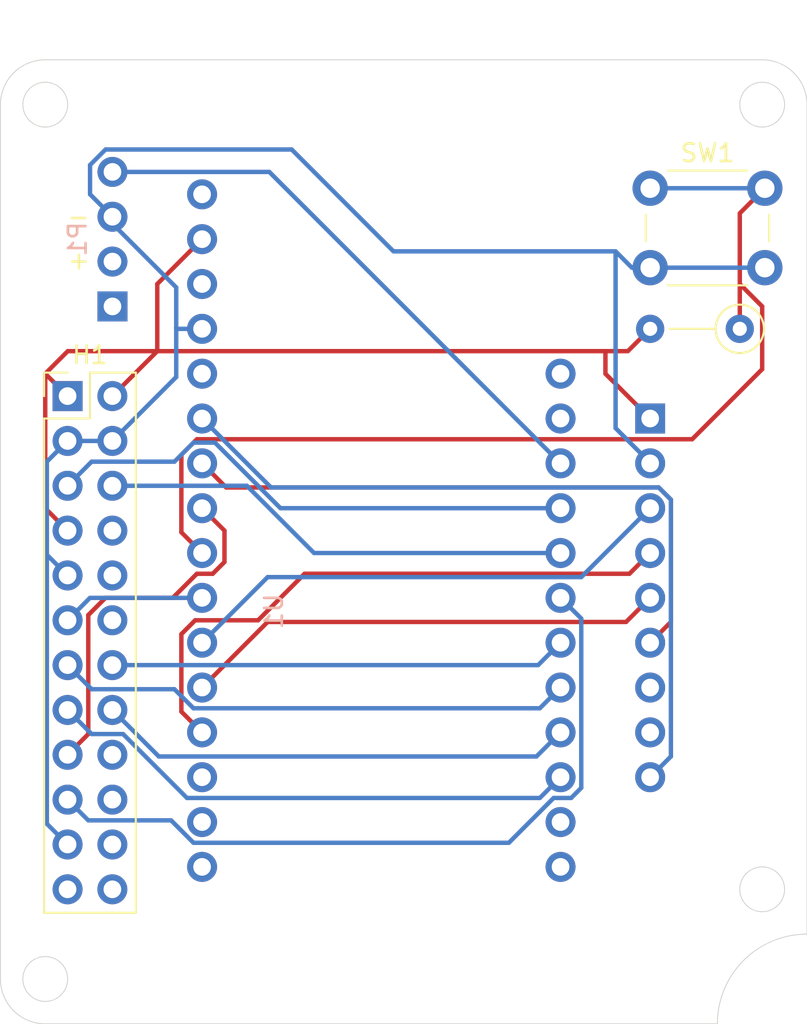
<source format=kicad_pcb>
(kicad_pcb (version 20211014) (generator pcbnew)
  (layers (0 "F.Cu" signal) (31 "B.Cu" signal) (34 "B.Paste" user) (35 "F.Paste" user) (36 "B.SilkS" user "B.Silkscreen") (37 "F.SilkS" user "F.Silkscreen") (38 "B.Mask" user) (39 "F.Mask" user) (44 "Edge.Cuts" user))
  (net 0 "")
  (net 1 "/Mainboard/SOFT_LOCK1")
  (net 2 "GND")
  (net 3 "/Mainboard/SD_DETECT")
  (net 4 "/Mainboard/SD_SELECT")
  (net 5 "/Mainboard/SPI_CLK")
  (net 6 "+3V3")
  (net 7 "/Mainboard/REV_DOWN")
  (net 8 "/Mainboard/FIRE_DOWN")
  (net 11 "/Mainboard/SPI_M_OUT")
  (net 13 "/Mainboard/M1SLP")
  (net 14 "/Mainboard/M2SLP")
  (net 15 "/Mainboard/M1PWM")
  (net 16 "/Mainboard/M2PWM")
  (net 20 "/Mainboard/M3SLP")
  (net 22 "/Mainboard/M3PWM")
  (net 25 "+5V")
  (net 29 "/Mainboard/SPI_M_IN")
  (net 32 "/Mainboard/RESET_DOWN")
  (net 37 "/Flywheels/V_{BATT}")
  (net 38 "/Mainboard/SCL")
  (net 39 "/Mainboard/SDA")
  (net 40 "/Mainboard/BT_INT")
  (footprint "Connector_PinHeader_2.54mm:PinHeader_2x12_P2.54mm_Vertical" (layer "F.Cu") (at 92.705 96.52)
    (fp_text reference "H1" (at 1.27 -2.33) (layer "F.SilkS"))
    (fp_text value " ")
    (fp_line (start -1.33 29.27) (end 3.87 29.27) (layer "F.SilkS") (width 0.12))
    (fp_line (start -1.33 1.27) (end -1.33 29.27) (layer "F.SilkS") (width 0.12))
    (fp_line (start 1.27 -1.33) (end 3.87 -1.33) (layer "F.SilkS") (width 0.12))
    (fp_line (start -1.33 -1.33) (end 0 -1.33) (layer "F.SilkS") (width 0.12))
    (fp_line (start -1.33 0) (end -1.33 -1.33) (layer "F.SilkS") (width 0.12))
    (fp_line (start -1.33 1.27) (end 1.27 1.27) (layer "F.SilkS") (width 0.12))
    (fp_line (start 1.27 1.27) (end 1.27 -1.33) (layer "F.SilkS") (width 0.12))
    (fp_line (start 3.87 -1.33) (end 3.87 29.27) (layer "F.SilkS") (width 0.12))
    (pad "1" thru_hole rect locked (at 0 0) (size 1.7 1.7) (drill 1) (layers *.Cu *.Mask) (net 6 "+3V3"))
    (pad "2" thru_hole oval locked (at 2.54 0) (size 1.7 1.7) (drill 1) (layers *.Cu *.Mask) (net 6 "+3V3"))
    (pad "3" thru_hole oval locked (at 0 2.54) (size 1.7 1.7) (drill 1) (layers *.Cu *.Mask) (net 2 "GND"))
    (pad "4" thru_hole oval locked (at 2.54 2.54) (size 1.7 1.7) (drill 1) (layers *.Cu *.Mask) (net 2 "GND"))
    (pad "5" thru_hole oval locked (at 0 5.08) (size 1.7 1.7) (drill 1) (layers *.Cu *.Mask) (net 7 "/Mainboard/REV_DOWN"))
    (pad "6" thru_hole oval locked (at 2.54 5.08) (size 1.7 1.7) (drill 1) (layers *.Cu *.Mask) (net 8 "/Mainboard/FIRE_DOWN"))
    (pad "7" thru_hole oval locked (at 0 7.62) (size 1.7 1.7) (drill 1) (layers *.Cu *.Mask) (net 6 "+3V3"))
    (pad "8" thru_hole oval locked (at 2.54 7.62) (size 1.7 1.7) (drill 1) (layers *.Cu *.Mask))
    (pad "9" thru_hole oval locked (at 0 10.16) (size 1.7 1.7) (drill 1) (layers *.Cu *.Mask) (net 2 "GND"))
    (pad "10" thru_hole oval locked (at 2.54 10.16) (size 1.7 1.7) (drill 1) (layers *.Cu *.Mask))
    (pad "11" thru_hole oval locked (at 0 12.7) (size 1.7 1.7) (drill 1) (layers *.Cu *.Mask) (net 1 "/Mainboard/SOFT_LOCK1"))
    (pad "12" thru_hole oval locked (at 2.54 12.7) (size 1.7 1.7) (drill 1) (layers *.Cu *.Mask))
    (pad "13" thru_hole oval locked (at 0 15.24) (size 1.7 1.7) (drill 1) (layers *.Cu *.Mask) (net 13 "/Mainboard/M1SLP"))
    (pad "14" thru_hole oval locked (at 2.54 15.24) (size 1.7 1.7) (drill 1) (layers *.Cu *.Mask) (net 14 "/Mainboard/M2SLP"))
    (pad "15" thru_hole oval locked (at 0 17.78) (size 1.7 1.7) (drill 1) (layers *.Cu *.Mask) (net 15 "/Mainboard/M1PWM"))
    (pad "16" thru_hole oval locked (at 2.54 17.78) (size 1.7 1.7) (drill 1) (layers *.Cu *.Mask) (net 16 "/Mainboard/M2PWM"))
    (pad "17" thru_hole oval locked (at 0 20.32) (size 1.7 1.7) (drill 1) (layers *.Cu *.Mask) (net 20 "/Mainboard/M3SLP"))
    (pad "18" thru_hole oval locked (at 2.54 20.32) (size 1.7 1.7) (drill 1) (layers *.Cu *.Mask))
    (pad "19" thru_hole oval locked (at 0 22.86) (size 1.7 1.7) (drill 1) (layers *.Cu *.Mask) (net 22 "/Mainboard/M3PWM"))
    (pad "20" thru_hole oval locked (at 2.54 22.86) (size 1.7 1.7) (drill 1) (layers *.Cu *.Mask))
    (pad "21" thru_hole oval locked (at 0 25.4) (size 1.7 1.7) (drill 1) (layers *.Cu *.Mask) (net 2 "GND"))
    (pad "22" thru_hole oval locked (at 2.54 25.4) (size 1.7 1.7) (drill 1) (layers *.Cu *.Mask))
    (pad "23" thru_hole oval locked (at 0 27.94) (size 1.7 1.7) (drill 1) (layers *.Cu *.Mask))
    (pad "24" thru_hole oval locked (at 2.54 27.94) (size 1.7 1.7) (drill 1) (layers *.Cu *.Mask))
  )
  (footprint "Adafruit:Adafruit_Feather_M4_Express" (layer "F.Cu") (at 110.49 104.14)
    (fp_text reference "MCU1" hide)
    (fp_text value "Adafruit_Feather_M4_Express")
    (pad "1" thru_hole circle (at -10.16 -19.05) (size 1.7 1.7) (drill 1) (layers *.Cu *.Mask))
    (pad "2" thru_hole circle (at -10.16 -16.51) (size 1.7 1.7) (drill 1) (layers *.Cu *.Mask) (net 6 "+3V3"))
    (pad "3" thru_hole circle (at -10.16 -13.97) (size 1.7 1.7) (drill 1) (layers *.Cu *.Mask))
    (pad "4" thru_hole circle (at -10.16 -11.43) (size 1.7 1.7) (drill 1) (layers *.Cu *.Mask) (net 2 "GND"))
    (pad "5" thru_hole circle (at -10.16 -8.89) (size 1.7 1.7) (drill 1) (layers *.Cu *.Mask) (net 40 "/Mainboard/BT_INT"))
    (pad "6" thru_hole circle (at -10.16 -6.35) (size 1.7 1.7) (drill 1) (layers *.Cu *.Mask) (net 3 "/Mainboard/SD_DETECT"))
    (pad "7" thru_hole circle (at -10.16 -3.81) (size 1.7 1.7) (drill 1) (layers *.Cu *.Mask) (net 4 "/Mainboard/SD_SELECT"))
    (pad "8" thru_hole circle (at -10.16 -1.27) (size 1.7 1.7) (drill 1) (layers *.Cu *.Mask) (net 20 "/Mainboard/M3SLP"))
    (pad "9" thru_hole circle (at -10.16 1.27) (size 1.7 1.7) (drill 1) (layers *.Cu *.Mask) (net 32 "/Mainboard/RESET_DOWN"))
    (pad "10" thru_hole circle (at -10.16 3.81) (size 1.7 1.7) (drill 1) (layers *.Cu *.Mask) (net 1 "/Mainboard/SOFT_LOCK1"))
    (pad "11" thru_hole circle (at -10.16 6.35) (size 1.7 1.7) (drill 1) (layers *.Cu *.Mask) (net 5 "/Mainboard/SPI_CLK"))
    (pad "12" thru_hole circle (at -10.16 8.89) (size 1.7 1.7) (drill 1) (layers *.Cu *.Mask) (net 11 "/Mainboard/SPI_M_OUT"))
    (pad "13" thru_hole circle (at -10.16 11.43) (size 1.7 1.7) (drill 1) (layers *.Cu *.Mask) (net 29 "/Mainboard/SPI_M_IN"))
    (pad "14" thru_hole circle (at -10.16 13.97) (size 1.7 1.7) (drill 1) (layers *.Cu *.Mask))
    (pad "15" thru_hole circle (at -10.16 16.51) (size 1.7 1.7) (drill 1) (layers *.Cu *.Mask))
    (pad "16" thru_hole circle (at -10.16 19.05) (size 1.7 1.7) (drill 1) (layers *.Cu *.Mask))
    (pad "17" thru_hole circle (at 10.16 -8.89) (size 1.7 1.7) (drill 1) (layers *.Cu *.Mask))
    (pad "18" thru_hole circle (at 10.16 -6.35) (size 1.7 1.7) (drill 1) (layers *.Cu *.Mask))
    (pad "19" thru_hole circle (at 10.16 -3.81) (size 1.7 1.7) (drill 1) (layers *.Cu *.Mask) (net 25 "+5V"))
    (pad "20" thru_hole circle (at 10.16 -1.27) (size 1.7 1.7) (drill 1) (layers *.Cu *.Mask) (net 7 "/Mainboard/REV_DOWN"))
    (pad "21" thru_hole circle (at 10.16 1.27) (size 1.7 1.7) (drill 1) (layers *.Cu *.Mask) (net 8 "/Mainboard/FIRE_DOWN"))
    (pad "22" thru_hole circle (at 10.16 3.81) (size 1.7 1.7) (drill 1) (layers *.Cu *.Mask) (net 22 "/Mainboard/M3PWM"))
    (pad "23" thru_hole circle (at 10.16 6.35) (size 1.7 1.7) (drill 1) (layers *.Cu *.Mask) (net 14 "/Mainboard/M2SLP"))
    (pad "24" thru_hole circle (at 10.16 8.89) (size 1.7 1.7) (drill 1) (layers *.Cu *.Mask) (net 13 "/Mainboard/M1SLP"))
    (pad "25" thru_hole circle (at 10.16 11.43) (size 1.7 1.7) (drill 1) (layers *.Cu *.Mask) (net 16 "/Mainboard/M2PWM"))
    (pad "26" thru_hole circle (at 10.16 13.97) (size 1.7 1.7) (drill 1) (layers *.Cu *.Mask) (net 15 "/Mainboard/M1PWM"))
    (pad "27" thru_hole circle (at 10.16 16.51) (size 1.7 1.7) (drill 1) (layers *.Cu *.Mask) (net 38 "/Mainboard/SCL"))
    (pad "28" thru_hole circle (at 10.16 19.05) (size 1.7 1.7) (drill 1) (layers *.Cu *.Mask) (net 39 "/Mainboard/SDA"))
  )
  (footprint "Resistor_THT:R_Axial_DIN0207_L6.3mm_D2.5mm_P5.08mm_Vertical" (layer "F.Cu") (at 130.81 92.71 180)
    (fp_text reference "R1" hide)
    (fp_text value "10K")
    (fp_line (start 1.37 0) (end 3.98 0) (layer "F.SilkS") (width 0.12))
    (fp_circle (center 0 0) (end 1.37 0) (layer "F.SilkS") (width 0.12) (fill none))
    (pad "1" thru_hole circle locked (at 0 0 180) (size 1.6 1.6) (drill 0.8) (layers *.Cu *.Mask) (net 32 "/Mainboard/RESET_DOWN"))
    (pad "2" thru_hole oval locked (at 5.08 0 180) (size 1.6 1.6) (drill 0.8) (layers *.Cu *.Mask) (net 6 "+3V3"))
  )
  (footprint "Button_Switch_THT:SW_PUSH_6mm" (layer "F.Cu") (at 125.73 84.745)
    (fp_text reference "SW1" (at 3.25 -2) (layer "F.SilkS"))
    (fp_text value "SW1")
    (fp_line (start -0.25 1.5) (end -0.25 3) (layer "F.SilkS") (width 0.12))
    (fp_line (start 5.5 -1) (end 1 -1) (layer "F.SilkS") (width 0.12))
    (fp_line (start 1 5.5) (end 5.5 5.5) (layer "F.SilkS") (width 0.12))
    (fp_line (start 6.75 3) (end 6.75 1.5) (layer "F.SilkS") (width 0.12))
    (pad "1" thru_hole circle locked (at 6.5 0 90) (size 2 2) (drill 1.1) (layers *.Cu *.Mask) (net 32 "/Mainboard/RESET_DOWN"))
    (pad "1" thru_hole circle locked (at 0 0 90) (size 2 2) (drill 1.1) (layers *.Cu *.Mask) (net 32 "/Mainboard/RESET_DOWN"))
    (pad "2" thru_hole circle locked (at 6.5 4.5 90) (size 2 2) (drill 1.1) (layers *.Cu *.Mask) (net 2 "GND"))
    (pad "2" thru_hole circle locked (at 0 4.5 90) (size 2 2) (drill 1.1) (layers *.Cu *.Mask) (net 2 "GND"))
  )
  (footprint "Pololu:5V_Step_Down_Regulator_500mA" (layer "B.Cu") (at 100.33 87.63 90)
    (fp_text reference "P1" (at 0 -7.0612 90) (layer "B.SilkS") (effects (justify mirror)))
    (fp_text value "Pololu_5V_Step_Down_Regulator" hide)
    (pad "1" thru_hole rect (at -3.81 -5.08 90) (size 1.7 1.7) (drill 1) (layers *.Cu *.Mask))
    (pad "2" thru_hole circle (at -1.27 -5.08 90) (size 1.7 1.7) (drill 1) (layers *.Cu *.Mask) (net 37 "/Flywheels/V_{BATT}"))
    (pad "3" thru_hole circle (at 1.27 -5.08 90) (size 1.7 1.7) (drill 1) (layers *.Cu *.Mask) (net 2 "GND"))
    (pad "4" thru_hole circle (at 3.81 -5.08 90) (size 1.7 1.7) (drill 1) (layers *.Cu *.Mask) (net 25 "+5V"))
  )
  (footprint "Adafruit:Adafruit_MicroSD_Breakout" (layer "B.Cu") (at 116.84 108.712 -90)
    (fp_text reference "U1" (at 0 12.446 90 unlocked) (layer "B.SilkS") (effects (justify mirror)))
    (fp_text value "Adafruit_MicroSD_SPI_Breakout")
    (pad "1" thru_hole rect (at -10.922 -8.89 270) (size 1.7 1.7) (drill 1) (layers *.Cu *.Mask) (net 6 "+3V3"))
    (pad "2" thru_hole circle (at -8.382 -8.89 270) (size 1.7 1.7) (drill 1) (layers *.Cu *.Mask) (net 2 "GND"))
    (pad "3" thru_hole circle (at -5.842 -8.89 270) (size 1.7 1.7) (drill 1) (layers *.Cu *.Mask) (net 5 "/Mainboard/SPI_CLK"))
    (pad "4" thru_hole circle (at -3.302 -8.89 270) (size 1.7 1.7) (drill 1) (layers *.Cu *.Mask) (net 29 "/Mainboard/SPI_M_IN"))
    (pad "5" thru_hole circle (at -0.762 -8.89 270) (size 1.7 1.7) (drill 1) (layers *.Cu *.Mask) (net 11 "/Mainboard/SPI_M_OUT"))
    (pad "6" thru_hole circle (at 1.778 -8.89 270) (size 1.7 1.7) (drill 1) (layers *.Cu *.Mask) (net 4 "/Mainboard/SD_SELECT"))
    (pad "7" thru_hole circle (at 4.318 -8.89 270) (size 1.7 1.7) (drill 1) (layers *.Cu *.Mask))
    (pad "8" thru_hole circle (at 6.858 -8.89 270) (size 1.7 1.7) (drill 1) (layers *.Cu *.Mask))
    (pad "9" thru_hole circle (at 9.398 -8.89 270) (size 1.7 1.7) (drill 1) (layers *.Cu *.Mask) (net 3 "/Mainboard/SD_DETECT"))
  )
  (gr_line (start 91.44 77.47) (end 132.08 77.47) (layer "Edge.Cuts") (width 0.05))
  (gr_circle (center 91.44 129.54) (end 91.44 130.81) (layer "Edge.Cuts") (width 0.05) (fill none))
  (gr_line (start 88.9 80.01) (end 88.9 129.54) (layer "Edge.Cuts") (width 0.05))
  (gr_circle (center 132.08 124.46) (end 133.35 124.46) (layer "Edge.Cuts") (width 0.05) (fill none))
  (gr_line (start 91.44 132.08) (end 129.54 132.08) (layer "Edge.Cuts") (width 0.05))
  (gr_arc (start 132.08 77.47) (mid 133.876051 78.213949) (end 134.62 80.01) (layer "Edge.Cuts") (width 0.05))
  (gr_arc (start 91.44 132.08) (mid 89.643949 131.336051) (end 88.9 129.54) (layer "Edge.Cuts") (width 0.05))
  (gr_circle (center 91.44 80.01) (end 90.17 80.01) (layer "Edge.Cuts") (width 0.05) (fill none))
  (gr_arc (start 88.9 80.01) (mid 89.643949 78.213949) (end 91.44 77.47) (layer "Edge.Cuts") (width 0.05))
  (gr_circle (center 132.08 80.01) (end 133.35 80.01) (layer "Edge.Cuts") (width 0.05) (fill none))
  (gr_arc (start 129.54 132.08) (mid 131.027898 128.487898) (end 134.62 127) (layer "Edge.Cuts") (width 0.05))
  (gr_line (start 134.62 80.01) (end 134.62 127) (layer "Edge.Cuts") (width 0.05))
  (gr_text "-" (at 93.3196 86.36) (layer "F.SilkS") (effects (font (size 1 1))))
  (gr_text "+" (at 93.4212 88.9 270) (layer "F.SilkS") (effects (font (size 1 1))))
  (segment (start 93.975 107.95) (end 100.33 107.95) (width 0.25) (layer "B.Cu") (net 1))
  (segment (start 92.705 109.22) (end 93.975 107.95) (width 0.25) (layer "B.Cu") (net 1))
  (segment (start 95.25 86.36) (end 95.25 86.75101) (width 0.25) (layer "B.Cu") (net 2))
  (segment (start 91.530489 105.500489) (end 91.530489 105.505489) (width 0.25) (layer "B.Cu") (net 2))
  (segment (start 91.530489 120.745489) (end 92.705 121.92) (width 0.25) (layer "B.Cu") (net 2))
  (segment (start 123.77 88.32) (end 124.695 89.245) (width 0.25) (layer "B.Cu") (net 2))
  (segment (start 100.33 92.71) (end 98.92299 92.71) (width 0.25) (layer "B.Cu") (net 2))
  (segment (start 92.705 99.06) (end 91.530489 100.234511) (width 0.25) (layer "B.Cu") (net 2))
  (segment (start 98.864495 92.651505) (end 98.864495 95.440505) (width 0.25) (layer "B.Cu") (net 2))
  (segment (start 93.98 85.09) (end 95.25 86.36) (width 0.25) (layer "B.Cu") (net 2))
  (segment (start 123.77 98.334) (end 123.77 88.32) (width 0.25) (layer "B.Cu") (net 2))
  (segment (start 105.41 82.55) (end 94.85899 82.55) (width 0.25) (layer "B.Cu") (net 2))
  (segment (start 95.245 99.06) (end 92.705 99.06) (width 0.25) (layer "B.Cu") (net 2))
  (segment (start 111.18 88.32) (end 105.41 82.55) (width 0.25) (layer "B.Cu") (net 2))
  (segment (start 91.530489 105.500489) (end 91.530489 120.745489) (width 0.25) (layer "B.Cu") (net 2))
  (segment (start 91.530489 105.505489) (end 92.705 106.68) (width 0.25) (layer "B.Cu") (net 2))
  (segment (start 124.695 89.245) (end 125.73 89.245) (width 0.25) (layer "B.Cu") (net 2))
  (segment (start 98.864495 95.440505) (end 95.245 99.06) (width 0.25) (layer "B.Cu") (net 2))
  (segment (start 91.530489 100.234511) (end 91.530489 105.500489) (width 0.25) (layer "B.Cu") (net 2))
  (segment (start 123.77 88.32) (end 111.18 88.32) (width 0.25) (layer "B.Cu") (net 2))
  (segment (start 125.73 89.245) (end 132.23 89.245) (width 0.25) (layer "B.Cu") (net 2))
  (segment (start 95.25 86.75101) (end 98.864495 90.365505) (width 0.25) (layer "B.Cu") (net 2))
  (segment (start 98.92299 92.71) (end 98.864495 92.651505) (width 0.25) (layer "B.Cu") (net 2))
  (segment (start 93.98 83.42899) (end 93.98 85.09) (width 0.25) (layer "B.Cu") (net 2))
  (segment (start 123.77 98.334) (end 125.73 100.294) (width 0.25) (layer "B.Cu") (net 2))
  (segment (start 98.864495 90.365505) (end 98.864495 92.651505) (width 0.25) (layer "B.Cu") (net 2))
  (segment (start 94.85899 82.55) (end 93.98 83.42899) (width 0.25) (layer "B.Cu") (net 2))
  (segment (start 104.235489 101.695489) (end 100.33 97.79) (width 0.25) (layer "B.Cu") (net 3))
  (segment (start 126.216499 101.695489) (end 104.235489 101.695489) (width 0.25) (layer "B.Cu") (net 3))
  (segment (start 126.904511 102.383501) (end 126.216499 101.695489) (width 0.25) (layer "B.Cu") (net 3))
  (segment (start 126.904511 116.935489) (end 126.904511 102.383501) (width 0.25) (layer "B.Cu") (net 3))
  (segment (start 125.73 118.11) (end 126.904511 116.935489) (width 0.25) (layer "B.Cu") (net 3))
  (segment (start 126.904511 109.315489) (end 125.73 110.49) (width 0.25) (layer "F.Cu") (net 4))
  (segment (start 126.904511 102.383501) (end 126.904511 109.315489) (width 0.25) (layer "F.Cu") (net 4))
  (segment (start 100.33 100.33) (end 101.695489 101.695489) (width 0.25) (layer "F.Cu") (net 4))
  (segment (start 101.695489 101.695489) (end 126.216499 101.695489) (width 0.25) (layer "F.Cu") (net 4))
  (segment (start 126.216499 101.695489) (end 126.904511 102.383501) (width 0.25) (layer "F.Cu") (net 4))
  (segment (start 121.824511 106.775489) (end 125.73 102.87) (width 0.25) (layer "B.Cu") (net 5))
  (segment (start 104.044511 106.775489) (end 121.824511 106.775489) (width 0.25) (layer "B.Cu") (net 5))
  (segment (start 100.33 110.49) (end 104.044511 106.775489) (width 0.25) (layer "B.Cu") (net 5))
  (segment (start 123.195 95.255) (end 125.73 97.79) (width 0.25) (layer "F.Cu") (net 6))
  (segment (start 92.705 96.515) (end 91.44 95.25) (width 0.25) (layer "F.Cu") (net 6))
  (segment (start 91.44 95.25) (end 91.44 102.875) (width 0.25) (layer "F.Cu") (net 6))
  (segment (start 124.465 93.975) (end 125.73 92.71) (width 0.25) (layer "F.Cu") (net 6))
  (segment (start 91.44 102.875) (end 92.705 104.14) (width 0.25) (layer "F.Cu") (net 6))
  (segment (start 92.705 96.52) (end 92.705 96.515) (width 0.25) (layer "F.Cu") (net 6))
  (segment (start 97.79 93.975) (end 95.245 96.52) (width 0.25) (layer "F.Cu") (net 6))
  (segment (start 97.79 93.975) (end 97.785 93.975) (width 0.25) (layer "F.Cu") (net 6))
  (segment (start 123.195 93.975) (end 123.195 95.255) (width 0.25) (layer "F.Cu") (net 6))
  (segment (start 97.785 93.975) (end 123.195 93.975) (width 0.25) (layer "F.Cu") (net 6))
  (segment (start 92.715 93.975) (end 91.44 95.25) (width 0.25) (layer "F.Cu") (net 6))
  (segment (start 97.79 90.17) (end 100.33 87.63) (width 0.25) (layer "F.Cu") (net 6))
  (segment (start 97.79 93.975) (end 97.79 90.17) (width 0.25) (layer "F.Cu") (net 6))
  (segment (start 123.195 93.975) (end 124.465 93.975) (width 0.25) (layer "F.Cu") (net 6))
  (segment (start 97.785 93.975) (end 92.715 93.975) (width 0.25) (layer "F.Cu") (net 6))
  (segment (start 98.764479 100.234511) (end 99.843501 99.155489) (width 0.25) (layer "B.Cu") (net 7))
  (segment (start 101.059771 99.155489) (end 104.774282 102.87) (width 0.25) (layer "B.Cu") (net 7))
  (segment (start 94.070489 100.234511) (end 98.764479 100.234511) (width 0.25) (layer "B.Cu") (net 7))
  (segment (start 92.705 101.6) (end 94.070489 100.234511) (width 0.25) (layer "B.Cu") (net 7))
  (segment (start 104.774282 102.87) (end 120.65 102.87) (width 0.25) (layer "B.Cu") (net 7))
  (segment (start 99.843501 99.155489) (end 101.059771 99.155489) (width 0.25) (layer "B.Cu") (net 7))
  (segment (start 95.245 101.6) (end 102.868564 101.6) (width 0.25) (layer "B.Cu") (net 8))
  (segment (start 106.678564 105.41) (end 120.65 105.41) (width 0.25) (layer "B.Cu") (net 8))
  (segment (start 102.868564 101.6) (end 106.678564 105.41) (width 0.25) (layer "B.Cu") (net 8))
  (segment (start 100.33 113.03) (end 104.044511 109.315489) (width 0.25) (layer "F.Cu") (net 11))
  (segment (start 104.044511 109.315489) (end 124.364511 109.315489) (width 0.25) (layer "F.Cu") (net 11))
  (segment (start 124.364511 109.315489) (end 125.73 107.95) (width 0.25) (layer "F.Cu") (net 11))
  (segment (start 94.070489 113.125489) (end 98.764479 113.125489) (width 0.25) (layer "B.Cu") (net 13))
  (segment (start 92.705 111.76) (end 94.070489 113.125489) (width 0.25) (layer "B.Cu") (net 13))
  (segment (start 98.764479 113.125489) (end 99.843501 114.204511) (width 0.25) (layer "B.Cu") (net 13))
  (segment (start 99.843501 114.204511) (end 119.475489 114.204511) (width 0.25) (layer "B.Cu") (net 13))
  (segment (start 119.475489 114.204511) (end 120.65 113.03) (width 0.25) (layer "B.Cu") (net 13))
  (segment (start 95.245 111.76) (end 119.38 111.76) (width 0.25) (layer "B.Cu") (net 14))
  (segment (start 119.38 111.76) (end 120.65 110.49) (width 0.25) (layer "B.Cu") (net 14))
  (segment (start 92.705 114.3) (end 94.070489 115.665489) (width 0.25) (layer "B.Cu") (net 15))
  (segment (start 95.853489 115.665489) (end 99.472511 119.284511) (width 0.25) (layer "B.Cu") (net 15))
  (segment (start 99.472511 119.284511) (end 119.475489 119.284511) (width 0.25) (layer "B.Cu") (net 15))
  (segment (start 94.070489 115.665489) (end 95.853489 115.665489) (width 0.25) (layer "B.Cu") (net 15))
  (segment (start 119.475489 119.284511) (end 120.65 118.11) (width 0.25) (layer "B.Cu") (net 15))
  (segment (start 95.245 114.3) (end 97.880489 116.935489) (width 0.25) (layer "B.Cu") (net 16))
  (segment (start 97.880489 116.935489) (end 119.284511 116.935489) (width 0.25) (layer "B.Cu") (net 16))
  (segment (start 119.284511 116.935489) (end 120.65 115.57) (width 0.25) (layer "B.Cu") (net 16))
  (segment (start 100.034479 106.584511) (end 100.933489 106.584511) (width 0.25) (layer "F.Cu") (net 20))
  (segment (start 101.6 104.14) (end 100.33 102.87) (width 0.25) (layer "F.Cu") (net 20))
  (segment (start 98.66899 107.95) (end 100.034479 106.584511) (width 0.25) (layer "F.Cu") (net 20))
  (segment (start 94.85399 107.95) (end 98.66899 107.95) (width 0.25) (layer "F.Cu") (net 20))
  (segment (start 93.879511 108.924479) (end 94.85399 107.95) (width 0.25) (layer "F.Cu") (net 20))
  (segment (start 101.6 105.918) (end 101.6 104.14) (width 0.25) (layer "F.Cu") (net 20))
  (segment (start 92.705 116.84) (end 93.879511 115.665489) (width 0.25) (layer "F.Cu") (net 20))
  (segment (start 100.933489 106.584511) (end 101.6 105.918) (width 0.25) (layer "F.Cu") (net 20))
  (segment (start 93.879511 115.665489) (end 93.879511 108.924479) (width 0.25) (layer "F.Cu") (net 20))
  (segment (start 120.25899 119.284511) (end 121.253489 119.284511) (width 0.25) (layer "B.Cu") (net 22))
  (segment (start 121.824511 109.124511) (end 120.65 107.95) (width 0.25) (layer "B.Cu") (net 22))
  (segment (start 99.843501 121.824511) (end 117.71899 121.824511) (width 0.25) (layer "B.Cu") (net 22))
  (segment (start 98.573501 120.554511) (end 99.843501 121.824511) (width 0.25) (layer "B.Cu") (net 22))
  (segment (start 117.71899 121.824511) (end 120.25899 119.284511) (width 0.25) (layer "B.Cu") (net 22))
  (segment (start 121.253489 119.284511) (end 121.824511 118.713489) (width 0.25) (layer "B.Cu") (net 22))
  (segment (start 93.879511 120.554511) (end 98.573501 120.554511) (width 0.25) (layer "B.Cu") (net 22))
  (segment (start 121.824511 118.713489) (end 121.824511 109.124511) (width 0.25) (layer "B.Cu") (net 22))
  (segment (start 92.705 119.38) (end 93.879511 120.554511) (width 0.25) (layer "B.Cu") (net 22))
  (segment (start 95.25 83.82) (end 104.14 83.82) (width 0.25) (layer "B.Cu") (net 25))
  (segment (start 104.14 83.82) (end 120.65 100.33) (width 0.25) (layer "B.Cu") (net 25))
  (segment (start 99.155489 114.395489) (end 99.155489 110.003501) (width 0.25) (layer "F.Cu") (net 29))
  (segment (start 103.504282 109.22) (end 106.139771 106.584511) (width 0.25) (layer "F.Cu") (net 29))
  (segment (start 124.555489 106.584511) (end 125.73 105.41) (width 0.25) (layer "F.Cu") (net 29))
  (segment (start 99.93899 109.22) (end 103.504282 109.22) (width 0.25) (layer "F.Cu") (net 29))
  (segment (start 100.33 115.57) (end 99.155489 114.395489) (width 0.25) (layer "F.Cu") (net 29))
  (segment (start 99.155489 110.003501) (end 99.93899 109.22) (width 0.25) (layer "F.Cu") (net 29))
  (segment (start 106.139771 106.584511) (end 124.555489 106.584511) (width 0.25) (layer "F.Cu") (net 29))
  (segment (start 99.155489 99.843501) (end 100.034479 98.964511) (width 0.25) (layer "F.Cu") (net 32))
  (segment (start 132.08 91.44) (end 130.81 90.17) (width 0.25) (layer "F.Cu") (net 32))
  (segment (start 130.81 90.17) (end 130.81 92.71) (width 0.25) (layer "F.Cu") (net 32))
  (segment (start 128.111489 98.964511) (end 132.08 94.996) (width 0.25) (layer "F.Cu") (net 32))
  (segment (start 130.81 90.17) (end 130.81 86.165) (width 0.25) (layer "F.Cu") (net 32))
  (segment (start 132.08 94.996) (end 132.08 91.44) (width 0.25) (layer "F.Cu") (net 32))
  (segment (start 99.155489 104.235489) (end 99.155489 99.843501) (width 0.25) (layer "F.Cu") (net 32))
  (segment (start 100.33 105.41) (end 99.155489 104.235489) (width 0.25) (layer "F.Cu") (net 32))
  (segment (start 130.81 86.165) (end 132.23 84.745) (width 0.25) (layer "F.Cu") (net 32))
  (segment (start 100.034479 98.964511) (end 128.111489 98.964511) (width 0.25) (layer "F.Cu") (net 32))
  (segment (start 125.73 84.745) (end 132.23 84.745) (width 0.25) (layer "B.Cu") (net 32))
)
</source>
